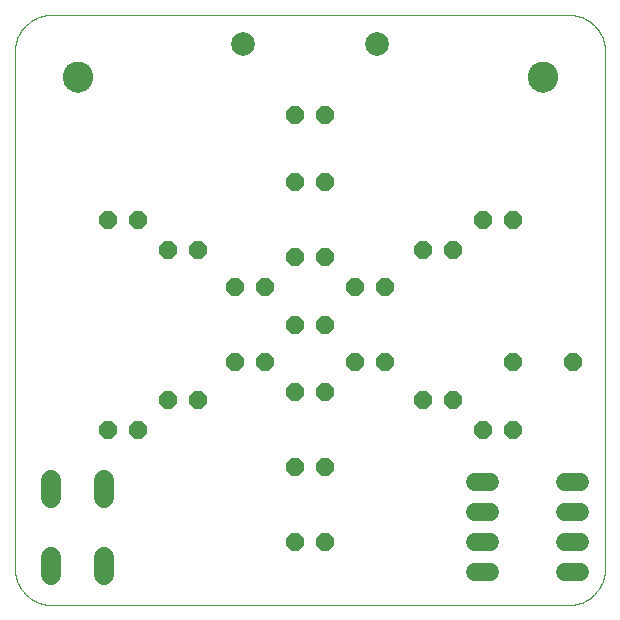
<source format=gts>
G75*
G70*
%OFA0B0*%
%FSLAX24Y24*%
%IPPOS*%
%LPD*%
%AMOC8*
5,1,8,0,0,1.08239X$1,22.5*
%
%ADD10C,0.0000*%
%ADD11C,0.1025*%
%ADD12OC8,0.0600*%
%ADD13C,0.0600*%
%ADD14C,0.0680*%
%ADD15C,0.0789*%
D10*
X000559Y001809D02*
X000559Y018994D01*
X000561Y019062D01*
X000566Y019129D01*
X000575Y019196D01*
X000588Y019263D01*
X000605Y019328D01*
X000624Y019393D01*
X000648Y019457D01*
X000675Y019519D01*
X000705Y019580D01*
X000738Y019638D01*
X000774Y019695D01*
X000814Y019750D01*
X000856Y019803D01*
X000902Y019854D01*
X000949Y019901D01*
X001000Y019947D01*
X001053Y019989D01*
X001108Y020029D01*
X001165Y020065D01*
X001223Y020098D01*
X001284Y020128D01*
X001346Y020155D01*
X001410Y020179D01*
X001475Y020198D01*
X001540Y020215D01*
X001607Y020228D01*
X001674Y020237D01*
X001741Y020242D01*
X001809Y020244D01*
X018994Y020244D01*
X019062Y020242D01*
X019129Y020237D01*
X019196Y020228D01*
X019263Y020215D01*
X019328Y020198D01*
X019393Y020179D01*
X019457Y020155D01*
X019519Y020128D01*
X019580Y020098D01*
X019638Y020065D01*
X019695Y020029D01*
X019750Y019989D01*
X019803Y019947D01*
X019854Y019901D01*
X019901Y019854D01*
X019947Y019803D01*
X019989Y019750D01*
X020029Y019695D01*
X020065Y019638D01*
X020098Y019580D01*
X020128Y019519D01*
X020155Y019457D01*
X020179Y019393D01*
X020198Y019328D01*
X020215Y019263D01*
X020228Y019196D01*
X020237Y019129D01*
X020242Y019062D01*
X020244Y018994D01*
X020244Y001809D01*
X020242Y001741D01*
X020237Y001674D01*
X020228Y001607D01*
X020215Y001540D01*
X020198Y001475D01*
X020179Y001410D01*
X020155Y001346D01*
X020128Y001284D01*
X020098Y001223D01*
X020065Y001165D01*
X020029Y001108D01*
X019989Y001053D01*
X019947Y001000D01*
X019901Y000949D01*
X019854Y000902D01*
X019803Y000856D01*
X019750Y000814D01*
X019695Y000774D01*
X019638Y000738D01*
X019580Y000705D01*
X019519Y000675D01*
X019457Y000648D01*
X019393Y000624D01*
X019328Y000605D01*
X019263Y000588D01*
X019196Y000575D01*
X019129Y000566D01*
X019062Y000561D01*
X018994Y000559D01*
X001809Y000559D01*
X001741Y000561D01*
X001674Y000566D01*
X001607Y000575D01*
X001540Y000588D01*
X001475Y000605D01*
X001410Y000624D01*
X001346Y000648D01*
X001284Y000675D01*
X001223Y000705D01*
X001165Y000738D01*
X001108Y000774D01*
X001053Y000814D01*
X001000Y000856D01*
X000949Y000902D01*
X000902Y000949D01*
X000856Y001000D01*
X000814Y001053D01*
X000774Y001108D01*
X000738Y001165D01*
X000705Y001223D01*
X000675Y001284D01*
X000648Y001346D01*
X000624Y001410D01*
X000605Y001475D01*
X000588Y001540D01*
X000575Y001607D01*
X000566Y001674D01*
X000561Y001741D01*
X000559Y001809D01*
X002179Y018151D02*
X002181Y018194D01*
X002187Y018236D01*
X002197Y018278D01*
X002210Y018319D01*
X002227Y018359D01*
X002248Y018396D01*
X002272Y018432D01*
X002299Y018465D01*
X002329Y018496D01*
X002362Y018524D01*
X002397Y018549D01*
X002434Y018570D01*
X002473Y018588D01*
X002513Y018602D01*
X002555Y018613D01*
X002597Y018620D01*
X002640Y018623D01*
X002683Y018622D01*
X002726Y018617D01*
X002768Y018608D01*
X002809Y018596D01*
X002849Y018580D01*
X002887Y018560D01*
X002923Y018537D01*
X002957Y018510D01*
X002989Y018481D01*
X003017Y018449D01*
X003043Y018414D01*
X003065Y018378D01*
X003084Y018339D01*
X003099Y018299D01*
X003111Y018258D01*
X003119Y018215D01*
X003123Y018172D01*
X003123Y018130D01*
X003119Y018087D01*
X003111Y018044D01*
X003099Y018003D01*
X003084Y017963D01*
X003065Y017924D01*
X003043Y017888D01*
X003017Y017853D01*
X002989Y017821D01*
X002957Y017792D01*
X002923Y017765D01*
X002887Y017742D01*
X002849Y017722D01*
X002809Y017706D01*
X002768Y017694D01*
X002726Y017685D01*
X002683Y017680D01*
X002640Y017679D01*
X002597Y017682D01*
X002555Y017689D01*
X002513Y017700D01*
X002473Y017714D01*
X002434Y017732D01*
X002397Y017753D01*
X002362Y017778D01*
X002329Y017806D01*
X002299Y017837D01*
X002272Y017870D01*
X002248Y017906D01*
X002227Y017943D01*
X002210Y017983D01*
X002197Y018024D01*
X002187Y018066D01*
X002181Y018108D01*
X002179Y018151D01*
X017679Y018151D02*
X017681Y018194D01*
X017687Y018236D01*
X017697Y018278D01*
X017710Y018319D01*
X017727Y018359D01*
X017748Y018396D01*
X017772Y018432D01*
X017799Y018465D01*
X017829Y018496D01*
X017862Y018524D01*
X017897Y018549D01*
X017934Y018570D01*
X017973Y018588D01*
X018013Y018602D01*
X018055Y018613D01*
X018097Y018620D01*
X018140Y018623D01*
X018183Y018622D01*
X018226Y018617D01*
X018268Y018608D01*
X018309Y018596D01*
X018349Y018580D01*
X018387Y018560D01*
X018423Y018537D01*
X018457Y018510D01*
X018489Y018481D01*
X018517Y018449D01*
X018543Y018414D01*
X018565Y018378D01*
X018584Y018339D01*
X018599Y018299D01*
X018611Y018258D01*
X018619Y018215D01*
X018623Y018172D01*
X018623Y018130D01*
X018619Y018087D01*
X018611Y018044D01*
X018599Y018003D01*
X018584Y017963D01*
X018565Y017924D01*
X018543Y017888D01*
X018517Y017853D01*
X018489Y017821D01*
X018457Y017792D01*
X018423Y017765D01*
X018387Y017742D01*
X018349Y017722D01*
X018309Y017706D01*
X018268Y017694D01*
X018226Y017685D01*
X018183Y017680D01*
X018140Y017679D01*
X018097Y017682D01*
X018055Y017689D01*
X018013Y017700D01*
X017973Y017714D01*
X017934Y017732D01*
X017897Y017753D01*
X017862Y017778D01*
X017829Y017806D01*
X017799Y017837D01*
X017772Y017870D01*
X017748Y017906D01*
X017727Y017943D01*
X017710Y017983D01*
X017697Y018024D01*
X017687Y018066D01*
X017681Y018108D01*
X017679Y018151D01*
D11*
X018151Y018151D03*
X002651Y018151D03*
D12*
X003651Y013401D03*
X004651Y013401D03*
X005651Y012401D03*
X006651Y012401D03*
X007901Y011151D03*
X008901Y011151D03*
X009901Y012151D03*
X010901Y012151D03*
X011901Y011151D03*
X012901Y011151D03*
X014151Y012401D03*
X015151Y012401D03*
X016151Y013401D03*
X017151Y013401D03*
X017151Y008651D03*
X019151Y008651D03*
X017151Y006401D03*
X016151Y006401D03*
X015151Y007401D03*
X014151Y007401D03*
X012901Y008651D03*
X011901Y008651D03*
X010901Y007651D03*
X009901Y007651D03*
X008901Y008651D03*
X007901Y008651D03*
X006651Y007401D03*
X005651Y007401D03*
X004651Y006401D03*
X003651Y006401D03*
X009901Y005151D03*
X010901Y005151D03*
X010901Y002651D03*
X009901Y002651D03*
X009901Y009901D03*
X010901Y009901D03*
X010901Y014651D03*
X009901Y014651D03*
X009901Y016901D03*
X010901Y016901D03*
D13*
X015891Y004651D02*
X016411Y004651D01*
X016411Y003651D02*
X015891Y003651D01*
X015891Y002651D02*
X016411Y002651D01*
X016411Y001651D02*
X015891Y001651D01*
X018891Y001651D02*
X019411Y001651D01*
X019411Y002651D02*
X018891Y002651D01*
X018891Y003651D02*
X019411Y003651D01*
X019411Y004651D02*
X018891Y004651D01*
D14*
X003541Y004731D02*
X003541Y004131D01*
X001761Y004131D02*
X001761Y004731D01*
X001761Y002171D02*
X001761Y001571D01*
X003541Y001571D02*
X003541Y002171D01*
D15*
X008161Y019256D03*
X012641Y019256D03*
M02*

</source>
